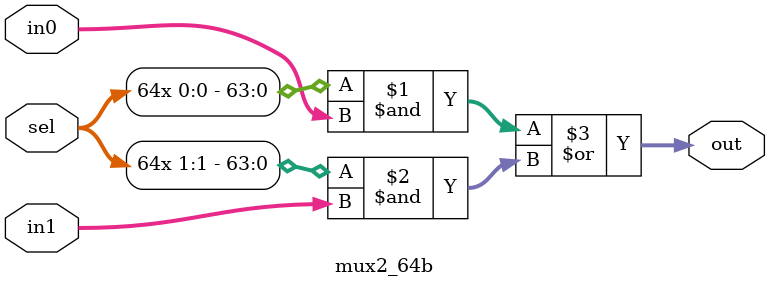
<source format=v>
module mux2_64b (
    input  [63:0] in0, in1,
    input  [1:0]  sel,
    output [63:0] out
);

assign out = ({64{sel[0]}} & in0)
           | ({64{sel[1]}} & in1);

endmodule

</source>
